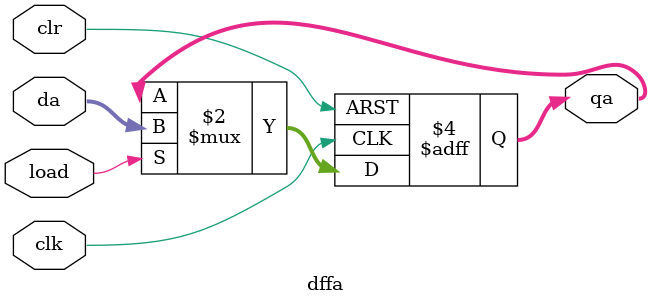
<source format=v>
module dffa (clk,clr, load, da, qa);
input       clk, clr, load;
input [3:0]  da;
output [3:0] qa;

reg    [3:0] qa;

always@(posedge clr or  posedge clk)
begin


    if(clr) qa <= 0;
    else if (load)
       qa <= da;

end

endmodule


/*

`timescale 1ns/1ps

module dffa_tb;

reg       clk, clr, load;
reg [3:0] da;

wire [3:0] qa;

dffa   uut ( .clk(clk), .clr(clr), .load(load), .da(da), .qa(qa));

//  dffa uut ( clk, clr, load, da, qa );

initial  clk = 0;

always   #10 clk = ~ clk;

initial
begin
    clr = 1; load = 0;
    da  = 4'b1011;
   
    #24  clr = 0; load = 1;
    #20  load = 0;

    #60 $stop;
end

endmodule

*/









 
</source>
